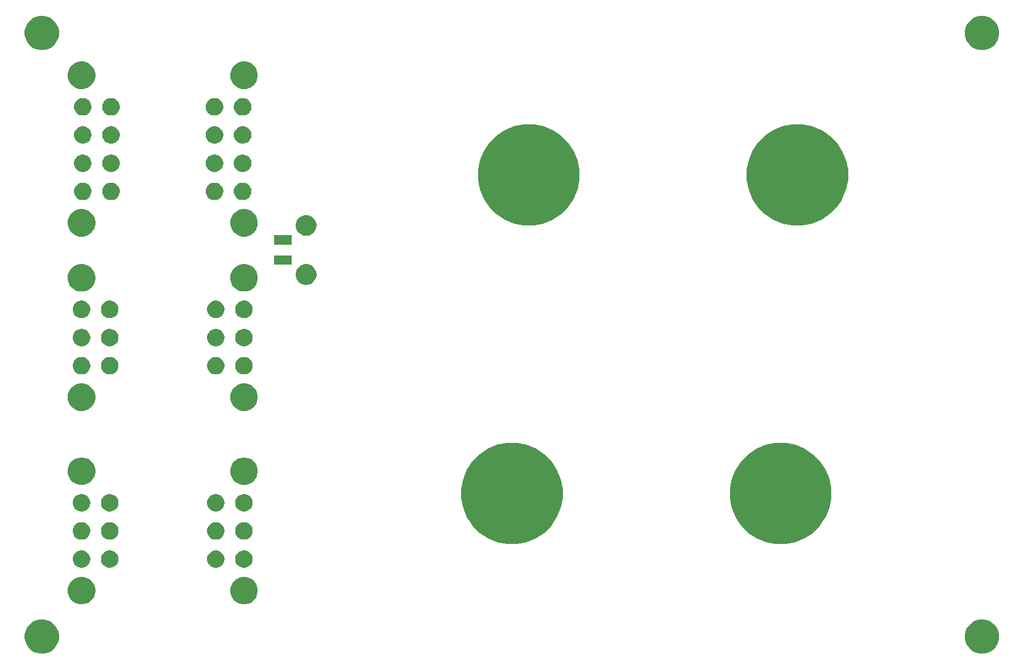
<source format=gbr>
G04 #@! TF.GenerationSoftware,KiCad,Pcbnew,(5.0.1)-3*
G04 #@! TF.CreationDate,2019-09-13T18:10:52+02:00*
G04 #@! TF.ProjectId,discovery,646973636F766572792E6B696361645F,rev?*
G04 #@! TF.SameCoordinates,PX4c4b360PY85843d4*
G04 #@! TF.FileFunction,Soldermask,Top*
G04 #@! TF.FilePolarity,Negative*
%FSLAX46Y46*%
G04 Gerber Fmt 4.6, Leading zero omitted, Abs format (unit mm)*
G04 Created by KiCad (PCBNEW (5.0.1)-3) date 13/09/2019 18:10:52*
%MOMM*%
%LPD*%
G01*
G04 APERTURE LIST*
%ADD10C,0.100000*%
G04 APERTURE END LIST*
D10*
G36*
X140744256Y2455227D02*
X140744258Y2455226D01*
X140744259Y2455226D01*
X141208512Y2262927D01*
X141624444Y1985010D01*
X141626331Y1983749D01*
X141981649Y1628431D01*
X141981651Y1628428D01*
X142260827Y1210612D01*
X142453126Y746359D01*
X142551160Y253512D01*
X142551160Y-248992D01*
X142453126Y-741839D01*
X142260827Y-1206092D01*
X141982910Y-1622024D01*
X141981649Y-1623911D01*
X141626331Y-1979229D01*
X141626328Y-1979231D01*
X141208512Y-2258407D01*
X140744259Y-2450706D01*
X140744258Y-2450706D01*
X140744256Y-2450707D01*
X140251413Y-2548740D01*
X139748907Y-2548740D01*
X139256064Y-2450707D01*
X139256062Y-2450706D01*
X139256061Y-2450706D01*
X138791808Y-2258407D01*
X138373992Y-1979231D01*
X138373989Y-1979229D01*
X138018671Y-1623911D01*
X138017410Y-1622024D01*
X137739493Y-1206092D01*
X137547194Y-741839D01*
X137449160Y-248992D01*
X137449160Y253512D01*
X137547194Y746359D01*
X137739493Y1210612D01*
X138018669Y1628428D01*
X138018671Y1628431D01*
X138373989Y1983749D01*
X138375876Y1985010D01*
X138791808Y2262927D01*
X139256061Y2455226D01*
X139256062Y2455226D01*
X139256064Y2455227D01*
X139748907Y2553260D01*
X140251413Y2553260D01*
X140744256Y2455227D01*
X140744256Y2455227D01*
G37*
G36*
X744256Y2455227D02*
X744258Y2455226D01*
X744259Y2455226D01*
X1208512Y2262927D01*
X1624444Y1985010D01*
X1626331Y1983749D01*
X1981649Y1628431D01*
X1981651Y1628428D01*
X2260827Y1210612D01*
X2453126Y746359D01*
X2551160Y253512D01*
X2551160Y-248992D01*
X2453126Y-741839D01*
X2260827Y-1206092D01*
X1982910Y-1622024D01*
X1981649Y-1623911D01*
X1626331Y-1979229D01*
X1626328Y-1979231D01*
X1208512Y-2258407D01*
X744259Y-2450706D01*
X744258Y-2450706D01*
X744256Y-2450707D01*
X251413Y-2548740D01*
X-251093Y-2548740D01*
X-743936Y-2450707D01*
X-743938Y-2450706D01*
X-743939Y-2450706D01*
X-1208192Y-2258407D01*
X-1626008Y-1979231D01*
X-1626011Y-1979229D01*
X-1981329Y-1623911D01*
X-1982590Y-1622024D01*
X-2260507Y-1206092D01*
X-2452806Y-741839D01*
X-2550840Y-248992D01*
X-2550840Y253512D01*
X-2452806Y746359D01*
X-2260507Y1210612D01*
X-1981331Y1628428D01*
X-1981329Y1628431D01*
X-1626011Y1983749D01*
X-1624124Y1985010D01*
X-1208192Y2262927D01*
X-743939Y2455226D01*
X-743938Y2455226D01*
X-743936Y2455227D01*
X-251093Y2553260D01*
X251413Y2553260D01*
X744256Y2455227D01*
X744256Y2455227D01*
G37*
G36*
X30698412Y8841842D02*
X30698414Y8841841D01*
X30698415Y8841841D01*
X31071673Y8687233D01*
X31071674Y8687232D01*
X31407599Y8462774D01*
X31693274Y8177099D01*
X31693276Y8177096D01*
X31917733Y7841173D01*
X32072341Y7467915D01*
X32151160Y7071666D01*
X32151160Y6667654D01*
X32072341Y6271405D01*
X31917733Y5898147D01*
X31917732Y5898146D01*
X31693274Y5562221D01*
X31407599Y5276546D01*
X31407596Y5276544D01*
X31071673Y5052087D01*
X30698415Y4897479D01*
X30698414Y4897479D01*
X30698412Y4897478D01*
X30302167Y4818660D01*
X29898153Y4818660D01*
X29501908Y4897478D01*
X29501906Y4897479D01*
X29501905Y4897479D01*
X29128647Y5052087D01*
X28792724Y5276544D01*
X28792721Y5276546D01*
X28507046Y5562221D01*
X28282588Y5898146D01*
X28282587Y5898147D01*
X28127979Y6271405D01*
X28049160Y6667654D01*
X28049160Y7071666D01*
X28127979Y7467915D01*
X28282587Y7841173D01*
X28507044Y8177096D01*
X28507046Y8177099D01*
X28792721Y8462774D01*
X29128646Y8687232D01*
X29128647Y8687233D01*
X29501905Y8841841D01*
X29501906Y8841841D01*
X29501908Y8841842D01*
X29898153Y8920660D01*
X30302167Y8920660D01*
X30698412Y8841842D01*
X30698412Y8841842D01*
G37*
G36*
X6498412Y8841842D02*
X6498414Y8841841D01*
X6498415Y8841841D01*
X6871673Y8687233D01*
X6871674Y8687232D01*
X7207599Y8462774D01*
X7493274Y8177099D01*
X7493276Y8177096D01*
X7717733Y7841173D01*
X7872341Y7467915D01*
X7951160Y7071666D01*
X7951160Y6667654D01*
X7872341Y6271405D01*
X7717733Y5898147D01*
X7717732Y5898146D01*
X7493274Y5562221D01*
X7207599Y5276546D01*
X7207596Y5276544D01*
X6871673Y5052087D01*
X6498415Y4897479D01*
X6498414Y4897479D01*
X6498412Y4897478D01*
X6102167Y4818660D01*
X5698153Y4818660D01*
X5301908Y4897478D01*
X5301906Y4897479D01*
X5301905Y4897479D01*
X4928647Y5052087D01*
X4592724Y5276544D01*
X4592721Y5276546D01*
X4307046Y5562221D01*
X4082588Y5898146D01*
X4082587Y5898147D01*
X3927979Y6271405D01*
X3849160Y6667654D01*
X3849160Y7071666D01*
X3927979Y7467915D01*
X4082587Y7841173D01*
X4307044Y8177096D01*
X4307046Y8177099D01*
X4592721Y8462774D01*
X4928646Y8687232D01*
X4928647Y8687233D01*
X5301905Y8841841D01*
X5301906Y8841841D01*
X5301908Y8841842D01*
X5698153Y8920660D01*
X6102167Y8920660D01*
X6498412Y8841842D01*
X6498412Y8841842D01*
G37*
G36*
X26279645Y12820664D02*
X26279647Y12820663D01*
X26279648Y12820663D01*
X26516415Y12722591D01*
X26729502Y12580211D01*
X26910711Y12399002D01*
X27053091Y12185915D01*
X27151164Y11949145D01*
X27201160Y11697799D01*
X27201160Y11441521D01*
X27151164Y11190175D01*
X27053091Y10953405D01*
X26910711Y10740318D01*
X26729502Y10559109D01*
X26729499Y10559107D01*
X26516415Y10416729D01*
X26279648Y10318657D01*
X26279647Y10318657D01*
X26279645Y10318656D01*
X26028299Y10268660D01*
X25772021Y10268660D01*
X25520675Y10318656D01*
X25520673Y10318657D01*
X25520672Y10318657D01*
X25283905Y10416729D01*
X25070821Y10559107D01*
X25070818Y10559109D01*
X24889609Y10740318D01*
X24747229Y10953405D01*
X24649156Y11190175D01*
X24599160Y11441521D01*
X24599160Y11697799D01*
X24649156Y11949145D01*
X24747229Y12185915D01*
X24889609Y12399002D01*
X25070818Y12580211D01*
X25283905Y12722591D01*
X25520672Y12820663D01*
X25520673Y12820663D01*
X25520675Y12820664D01*
X25772021Y12870660D01*
X26028299Y12870660D01*
X26279645Y12820664D01*
X26279645Y12820664D01*
G37*
G36*
X10479645Y12820664D02*
X10479647Y12820663D01*
X10479648Y12820663D01*
X10716415Y12722591D01*
X10929502Y12580211D01*
X11110711Y12399002D01*
X11253091Y12185915D01*
X11351164Y11949145D01*
X11401160Y11697799D01*
X11401160Y11441521D01*
X11351164Y11190175D01*
X11253091Y10953405D01*
X11110711Y10740318D01*
X10929502Y10559109D01*
X10929499Y10559107D01*
X10716415Y10416729D01*
X10479648Y10318657D01*
X10479647Y10318657D01*
X10479645Y10318656D01*
X10228299Y10268660D01*
X9972021Y10268660D01*
X9720675Y10318656D01*
X9720673Y10318657D01*
X9720672Y10318657D01*
X9483905Y10416729D01*
X9270821Y10559107D01*
X9270818Y10559109D01*
X9089609Y10740318D01*
X8947229Y10953405D01*
X8849156Y11190175D01*
X8799160Y11441521D01*
X8799160Y11697799D01*
X8849156Y11949145D01*
X8947229Y12185915D01*
X9089609Y12399002D01*
X9270818Y12580211D01*
X9483905Y12722591D01*
X9720672Y12820663D01*
X9720673Y12820663D01*
X9720675Y12820664D01*
X9972021Y12870660D01*
X10228299Y12870660D01*
X10479645Y12820664D01*
X10479645Y12820664D01*
G37*
G36*
X6279645Y12820664D02*
X6279647Y12820663D01*
X6279648Y12820663D01*
X6516415Y12722591D01*
X6729502Y12580211D01*
X6910711Y12399002D01*
X7053091Y12185915D01*
X7151164Y11949145D01*
X7201160Y11697799D01*
X7201160Y11441521D01*
X7151164Y11190175D01*
X7053091Y10953405D01*
X6910711Y10740318D01*
X6729502Y10559109D01*
X6729499Y10559107D01*
X6516415Y10416729D01*
X6279648Y10318657D01*
X6279647Y10318657D01*
X6279645Y10318656D01*
X6028299Y10268660D01*
X5772021Y10268660D01*
X5520675Y10318656D01*
X5520673Y10318657D01*
X5520672Y10318657D01*
X5283905Y10416729D01*
X5070821Y10559107D01*
X5070818Y10559109D01*
X4889609Y10740318D01*
X4747229Y10953405D01*
X4649156Y11190175D01*
X4599160Y11441521D01*
X4599160Y11697799D01*
X4649156Y11949145D01*
X4747229Y12185915D01*
X4889609Y12399002D01*
X5070818Y12580211D01*
X5283905Y12722591D01*
X5520672Y12820663D01*
X5520673Y12820663D01*
X5520675Y12820664D01*
X5772021Y12870660D01*
X6028299Y12870660D01*
X6279645Y12820664D01*
X6279645Y12820664D01*
G37*
G36*
X30479645Y12820664D02*
X30479647Y12820663D01*
X30479648Y12820663D01*
X30716415Y12722591D01*
X30929502Y12580211D01*
X31110711Y12399002D01*
X31253091Y12185915D01*
X31351164Y11949145D01*
X31401160Y11697799D01*
X31401160Y11441521D01*
X31351164Y11190175D01*
X31253091Y10953405D01*
X31110711Y10740318D01*
X30929502Y10559109D01*
X30929499Y10559107D01*
X30716415Y10416729D01*
X30479648Y10318657D01*
X30479647Y10318657D01*
X30479645Y10318656D01*
X30228299Y10268660D01*
X29972021Y10268660D01*
X29720675Y10318656D01*
X29720673Y10318657D01*
X29720672Y10318657D01*
X29483905Y10416729D01*
X29270821Y10559107D01*
X29270818Y10559109D01*
X29089609Y10740318D01*
X28947229Y10953405D01*
X28849156Y11190175D01*
X28799160Y11441521D01*
X28799160Y11697799D01*
X28849156Y11949145D01*
X28947229Y12185915D01*
X29089609Y12399002D01*
X29270818Y12580211D01*
X29483905Y12722591D01*
X29720672Y12820663D01*
X29720673Y12820663D01*
X29720675Y12820664D01*
X29972021Y12870660D01*
X30228299Y12870660D01*
X30479645Y12820664D01*
X30479645Y12820664D01*
G37*
G36*
X112202705Y28593080D02*
X113576898Y28023870D01*
X113576900Y28023869D01*
X114797194Y27208495D01*
X114813645Y27197503D01*
X115865403Y26145745D01*
X116691770Y24908998D01*
X117260980Y23534805D01*
X117551160Y22075970D01*
X117551160Y20588550D01*
X117260980Y19129715D01*
X116691770Y17755522D01*
X116691769Y17755520D01*
X116135224Y16922591D01*
X115865403Y16518775D01*
X114813645Y15467017D01*
X114813642Y15467015D01*
X113576900Y14640651D01*
X113576899Y14640650D01*
X113576898Y14640650D01*
X112202705Y14071440D01*
X110743870Y13781260D01*
X109256450Y13781260D01*
X107797615Y14071440D01*
X106423422Y14640650D01*
X106423421Y14640650D01*
X106423420Y14640651D01*
X105186678Y15467015D01*
X105186675Y15467017D01*
X104134917Y16518775D01*
X103865096Y16922591D01*
X103308551Y17755520D01*
X103308550Y17755522D01*
X102739340Y19129715D01*
X102449160Y20588550D01*
X102449160Y22075970D01*
X102739340Y23534805D01*
X103308550Y24908998D01*
X104134917Y26145745D01*
X105186675Y27197503D01*
X105203126Y27208495D01*
X106423420Y28023869D01*
X106423422Y28023870D01*
X107797615Y28593080D01*
X109256450Y28883260D01*
X110743870Y28883260D01*
X112202705Y28593080D01*
X112202705Y28593080D01*
G37*
G36*
X72202705Y28593080D02*
X73576898Y28023870D01*
X73576900Y28023869D01*
X74797194Y27208495D01*
X74813645Y27197503D01*
X75865403Y26145745D01*
X76691770Y24908998D01*
X77260980Y23534805D01*
X77551160Y22075970D01*
X77551160Y20588550D01*
X77260980Y19129715D01*
X76691770Y17755522D01*
X76691769Y17755520D01*
X76135224Y16922591D01*
X75865403Y16518775D01*
X74813645Y15467017D01*
X74813642Y15467015D01*
X73576900Y14640651D01*
X73576899Y14640650D01*
X73576898Y14640650D01*
X72202705Y14071440D01*
X70743870Y13781260D01*
X69256450Y13781260D01*
X67797615Y14071440D01*
X66423422Y14640650D01*
X66423421Y14640650D01*
X66423420Y14640651D01*
X65186678Y15467015D01*
X65186675Y15467017D01*
X64134917Y16518775D01*
X63865096Y16922591D01*
X63308551Y17755520D01*
X63308550Y17755522D01*
X62739340Y19129715D01*
X62449160Y20588550D01*
X62449160Y22075970D01*
X62739340Y23534805D01*
X63308550Y24908998D01*
X64134917Y26145745D01*
X65186675Y27197503D01*
X65203126Y27208495D01*
X66423420Y28023869D01*
X66423422Y28023870D01*
X67797615Y28593080D01*
X69256450Y28883260D01*
X70743870Y28883260D01*
X72202705Y28593080D01*
X72202705Y28593080D01*
G37*
G36*
X30479645Y17020664D02*
X30479647Y17020663D01*
X30479648Y17020663D01*
X30716415Y16922591D01*
X30929502Y16780211D01*
X31110711Y16599002D01*
X31253091Y16385915D01*
X31351164Y16149145D01*
X31401160Y15897799D01*
X31401160Y15641521D01*
X31351164Y15390175D01*
X31253091Y15153405D01*
X31110711Y14940318D01*
X30929502Y14759109D01*
X30929499Y14759107D01*
X30716415Y14616729D01*
X30479648Y14518657D01*
X30479647Y14518657D01*
X30479645Y14518656D01*
X30228299Y14468660D01*
X29972021Y14468660D01*
X29720675Y14518656D01*
X29720673Y14518657D01*
X29720672Y14518657D01*
X29483905Y14616729D01*
X29270821Y14759107D01*
X29270818Y14759109D01*
X29089609Y14940318D01*
X28947229Y15153405D01*
X28849156Y15390175D01*
X28799160Y15641521D01*
X28799160Y15897799D01*
X28849156Y16149145D01*
X28947229Y16385915D01*
X29089609Y16599002D01*
X29270818Y16780211D01*
X29483905Y16922591D01*
X29720672Y17020663D01*
X29720673Y17020663D01*
X29720675Y17020664D01*
X29972021Y17070660D01*
X30228299Y17070660D01*
X30479645Y17020664D01*
X30479645Y17020664D01*
G37*
G36*
X10479645Y17020664D02*
X10479647Y17020663D01*
X10479648Y17020663D01*
X10716415Y16922591D01*
X10929502Y16780211D01*
X11110711Y16599002D01*
X11253091Y16385915D01*
X11351164Y16149145D01*
X11401160Y15897799D01*
X11401160Y15641521D01*
X11351164Y15390175D01*
X11253091Y15153405D01*
X11110711Y14940318D01*
X10929502Y14759109D01*
X10929499Y14759107D01*
X10716415Y14616729D01*
X10479648Y14518657D01*
X10479647Y14518657D01*
X10479645Y14518656D01*
X10228299Y14468660D01*
X9972021Y14468660D01*
X9720675Y14518656D01*
X9720673Y14518657D01*
X9720672Y14518657D01*
X9483905Y14616729D01*
X9270821Y14759107D01*
X9270818Y14759109D01*
X9089609Y14940318D01*
X8947229Y15153405D01*
X8849156Y15390175D01*
X8799160Y15641521D01*
X8799160Y15897799D01*
X8849156Y16149145D01*
X8947229Y16385915D01*
X9089609Y16599002D01*
X9270818Y16780211D01*
X9483905Y16922591D01*
X9720672Y17020663D01*
X9720673Y17020663D01*
X9720675Y17020664D01*
X9972021Y17070660D01*
X10228299Y17070660D01*
X10479645Y17020664D01*
X10479645Y17020664D01*
G37*
G36*
X6279645Y17020664D02*
X6279647Y17020663D01*
X6279648Y17020663D01*
X6516415Y16922591D01*
X6729502Y16780211D01*
X6910711Y16599002D01*
X7053091Y16385915D01*
X7151164Y16149145D01*
X7201160Y15897799D01*
X7201160Y15641521D01*
X7151164Y15390175D01*
X7053091Y15153405D01*
X6910711Y14940318D01*
X6729502Y14759109D01*
X6729499Y14759107D01*
X6516415Y14616729D01*
X6279648Y14518657D01*
X6279647Y14518657D01*
X6279645Y14518656D01*
X6028299Y14468660D01*
X5772021Y14468660D01*
X5520675Y14518656D01*
X5520673Y14518657D01*
X5520672Y14518657D01*
X5283905Y14616729D01*
X5070821Y14759107D01*
X5070818Y14759109D01*
X4889609Y14940318D01*
X4747229Y15153405D01*
X4649156Y15390175D01*
X4599160Y15641521D01*
X4599160Y15897799D01*
X4649156Y16149145D01*
X4747229Y16385915D01*
X4889609Y16599002D01*
X5070818Y16780211D01*
X5283905Y16922591D01*
X5520672Y17020663D01*
X5520673Y17020663D01*
X5520675Y17020664D01*
X5772021Y17070660D01*
X6028299Y17070660D01*
X6279645Y17020664D01*
X6279645Y17020664D01*
G37*
G36*
X26279645Y17020664D02*
X26279647Y17020663D01*
X26279648Y17020663D01*
X26516415Y16922591D01*
X26729502Y16780211D01*
X26910711Y16599002D01*
X27053091Y16385915D01*
X27151164Y16149145D01*
X27201160Y15897799D01*
X27201160Y15641521D01*
X27151164Y15390175D01*
X27053091Y15153405D01*
X26910711Y14940318D01*
X26729502Y14759109D01*
X26729499Y14759107D01*
X26516415Y14616729D01*
X26279648Y14518657D01*
X26279647Y14518657D01*
X26279645Y14518656D01*
X26028299Y14468660D01*
X25772021Y14468660D01*
X25520675Y14518656D01*
X25520673Y14518657D01*
X25520672Y14518657D01*
X25283905Y14616729D01*
X25070821Y14759107D01*
X25070818Y14759109D01*
X24889609Y14940318D01*
X24747229Y15153405D01*
X24649156Y15390175D01*
X24599160Y15641521D01*
X24599160Y15897799D01*
X24649156Y16149145D01*
X24747229Y16385915D01*
X24889609Y16599002D01*
X25070818Y16780211D01*
X25283905Y16922591D01*
X25520672Y17020663D01*
X25520673Y17020663D01*
X25520675Y17020664D01*
X25772021Y17070660D01*
X26028299Y17070660D01*
X26279645Y17020664D01*
X26279645Y17020664D01*
G37*
G36*
X6279645Y21220664D02*
X6279647Y21220663D01*
X6279648Y21220663D01*
X6516415Y21122591D01*
X6729502Y20980211D01*
X6910711Y20799002D01*
X7053091Y20585915D01*
X7151164Y20349145D01*
X7201160Y20097799D01*
X7201160Y19841521D01*
X7151164Y19590175D01*
X7053091Y19353405D01*
X6910711Y19140318D01*
X6729502Y18959109D01*
X6729499Y18959107D01*
X6516415Y18816729D01*
X6279648Y18718657D01*
X6279647Y18718657D01*
X6279645Y18718656D01*
X6028299Y18668660D01*
X5772021Y18668660D01*
X5520675Y18718656D01*
X5520673Y18718657D01*
X5520672Y18718657D01*
X5283905Y18816729D01*
X5070821Y18959107D01*
X5070818Y18959109D01*
X4889609Y19140318D01*
X4747229Y19353405D01*
X4649156Y19590175D01*
X4599160Y19841521D01*
X4599160Y20097799D01*
X4649156Y20349145D01*
X4747229Y20585915D01*
X4889609Y20799002D01*
X5070818Y20980211D01*
X5283905Y21122591D01*
X5520672Y21220663D01*
X5520673Y21220663D01*
X5520675Y21220664D01*
X5772021Y21270660D01*
X6028299Y21270660D01*
X6279645Y21220664D01*
X6279645Y21220664D01*
G37*
G36*
X26279645Y21220664D02*
X26279647Y21220663D01*
X26279648Y21220663D01*
X26516415Y21122591D01*
X26729502Y20980211D01*
X26910711Y20799002D01*
X27053091Y20585915D01*
X27151164Y20349145D01*
X27201160Y20097799D01*
X27201160Y19841521D01*
X27151164Y19590175D01*
X27053091Y19353405D01*
X26910711Y19140318D01*
X26729502Y18959109D01*
X26729499Y18959107D01*
X26516415Y18816729D01*
X26279648Y18718657D01*
X26279647Y18718657D01*
X26279645Y18718656D01*
X26028299Y18668660D01*
X25772021Y18668660D01*
X25520675Y18718656D01*
X25520673Y18718657D01*
X25520672Y18718657D01*
X25283905Y18816729D01*
X25070821Y18959107D01*
X25070818Y18959109D01*
X24889609Y19140318D01*
X24747229Y19353405D01*
X24649156Y19590175D01*
X24599160Y19841521D01*
X24599160Y20097799D01*
X24649156Y20349145D01*
X24747229Y20585915D01*
X24889609Y20799002D01*
X25070818Y20980211D01*
X25283905Y21122591D01*
X25520672Y21220663D01*
X25520673Y21220663D01*
X25520675Y21220664D01*
X25772021Y21270660D01*
X26028299Y21270660D01*
X26279645Y21220664D01*
X26279645Y21220664D01*
G37*
G36*
X10479645Y21220664D02*
X10479647Y21220663D01*
X10479648Y21220663D01*
X10716415Y21122591D01*
X10929502Y20980211D01*
X11110711Y20799002D01*
X11253091Y20585915D01*
X11351164Y20349145D01*
X11401160Y20097799D01*
X11401160Y19841521D01*
X11351164Y19590175D01*
X11253091Y19353405D01*
X11110711Y19140318D01*
X10929502Y18959109D01*
X10929499Y18959107D01*
X10716415Y18816729D01*
X10479648Y18718657D01*
X10479647Y18718657D01*
X10479645Y18718656D01*
X10228299Y18668660D01*
X9972021Y18668660D01*
X9720675Y18718656D01*
X9720673Y18718657D01*
X9720672Y18718657D01*
X9483905Y18816729D01*
X9270821Y18959107D01*
X9270818Y18959109D01*
X9089609Y19140318D01*
X8947229Y19353405D01*
X8849156Y19590175D01*
X8799160Y19841521D01*
X8799160Y20097799D01*
X8849156Y20349145D01*
X8947229Y20585915D01*
X9089609Y20799002D01*
X9270818Y20980211D01*
X9483905Y21122591D01*
X9720672Y21220663D01*
X9720673Y21220663D01*
X9720675Y21220664D01*
X9972021Y21270660D01*
X10228299Y21270660D01*
X10479645Y21220664D01*
X10479645Y21220664D01*
G37*
G36*
X30479645Y21220664D02*
X30479647Y21220663D01*
X30479648Y21220663D01*
X30716415Y21122591D01*
X30929502Y20980211D01*
X31110711Y20799002D01*
X31253091Y20585915D01*
X31351164Y20349145D01*
X31401160Y20097799D01*
X31401160Y19841521D01*
X31351164Y19590175D01*
X31253091Y19353405D01*
X31110711Y19140318D01*
X30929502Y18959109D01*
X30929499Y18959107D01*
X30716415Y18816729D01*
X30479648Y18718657D01*
X30479647Y18718657D01*
X30479645Y18718656D01*
X30228299Y18668660D01*
X29972021Y18668660D01*
X29720675Y18718656D01*
X29720673Y18718657D01*
X29720672Y18718657D01*
X29483905Y18816729D01*
X29270821Y18959107D01*
X29270818Y18959109D01*
X29089609Y19140318D01*
X28947229Y19353405D01*
X28849156Y19590175D01*
X28799160Y19841521D01*
X28799160Y20097799D01*
X28849156Y20349145D01*
X28947229Y20585915D01*
X29089609Y20799002D01*
X29270818Y20980211D01*
X29483905Y21122591D01*
X29720672Y21220663D01*
X29720673Y21220663D01*
X29720675Y21220664D01*
X29972021Y21270660D01*
X30228299Y21270660D01*
X30479645Y21220664D01*
X30479645Y21220664D01*
G37*
G36*
X6498412Y26641842D02*
X6498414Y26641841D01*
X6498415Y26641841D01*
X6871673Y26487233D01*
X6871674Y26487232D01*
X7207599Y26262774D01*
X7493274Y25977099D01*
X7493276Y25977096D01*
X7717733Y25641173D01*
X7872341Y25267915D01*
X7951160Y24871666D01*
X7951160Y24467654D01*
X7872341Y24071405D01*
X7717733Y23698147D01*
X7717732Y23698146D01*
X7493274Y23362221D01*
X7207599Y23076546D01*
X7207596Y23076544D01*
X6871673Y22852087D01*
X6498415Y22697479D01*
X6498414Y22697479D01*
X6498412Y22697478D01*
X6102167Y22618660D01*
X5698153Y22618660D01*
X5301908Y22697478D01*
X5301906Y22697479D01*
X5301905Y22697479D01*
X4928647Y22852087D01*
X4592724Y23076544D01*
X4592721Y23076546D01*
X4307046Y23362221D01*
X4082588Y23698146D01*
X4082587Y23698147D01*
X3927979Y24071405D01*
X3849160Y24467654D01*
X3849160Y24871666D01*
X3927979Y25267915D01*
X4082587Y25641173D01*
X4307044Y25977096D01*
X4307046Y25977099D01*
X4592721Y26262774D01*
X4928646Y26487232D01*
X4928647Y26487233D01*
X5301905Y26641841D01*
X5301906Y26641841D01*
X5301908Y26641842D01*
X5698153Y26720660D01*
X6102167Y26720660D01*
X6498412Y26641842D01*
X6498412Y26641842D01*
G37*
G36*
X30698412Y26641842D02*
X30698414Y26641841D01*
X30698415Y26641841D01*
X31071673Y26487233D01*
X31071674Y26487232D01*
X31407599Y26262774D01*
X31693274Y25977099D01*
X31693276Y25977096D01*
X31917733Y25641173D01*
X32072341Y25267915D01*
X32151160Y24871666D01*
X32151160Y24467654D01*
X32072341Y24071405D01*
X31917733Y23698147D01*
X31917732Y23698146D01*
X31693274Y23362221D01*
X31407599Y23076546D01*
X31407596Y23076544D01*
X31071673Y22852087D01*
X30698415Y22697479D01*
X30698414Y22697479D01*
X30698412Y22697478D01*
X30302167Y22618660D01*
X29898153Y22618660D01*
X29501908Y22697478D01*
X29501906Y22697479D01*
X29501905Y22697479D01*
X29128647Y22852087D01*
X28792724Y23076544D01*
X28792721Y23076546D01*
X28507046Y23362221D01*
X28282588Y23698146D01*
X28282587Y23698147D01*
X28127979Y24071405D01*
X28049160Y24467654D01*
X28049160Y24871666D01*
X28127979Y25267915D01*
X28282587Y25641173D01*
X28507044Y25977096D01*
X28507046Y25977099D01*
X28792721Y26262774D01*
X29128646Y26487232D01*
X29128647Y26487233D01*
X29501905Y26641841D01*
X29501906Y26641841D01*
X29501908Y26641842D01*
X29898153Y26720660D01*
X30302167Y26720660D01*
X30698412Y26641842D01*
X30698412Y26641842D01*
G37*
G36*
X6498412Y37674442D02*
X6498414Y37674441D01*
X6498415Y37674441D01*
X6871673Y37519833D01*
X6871674Y37519832D01*
X7207599Y37295374D01*
X7493274Y37009699D01*
X7493276Y37009696D01*
X7717733Y36673773D01*
X7872341Y36300515D01*
X7951160Y35904266D01*
X7951160Y35500254D01*
X7872341Y35104005D01*
X7717733Y34730747D01*
X7717732Y34730746D01*
X7493274Y34394821D01*
X7207599Y34109146D01*
X7207596Y34109144D01*
X6871673Y33884687D01*
X6498415Y33730079D01*
X6498414Y33730079D01*
X6498412Y33730078D01*
X6102167Y33651260D01*
X5698153Y33651260D01*
X5301908Y33730078D01*
X5301906Y33730079D01*
X5301905Y33730079D01*
X4928647Y33884687D01*
X4592724Y34109144D01*
X4592721Y34109146D01*
X4307046Y34394821D01*
X4082588Y34730746D01*
X4082587Y34730747D01*
X3927979Y35104005D01*
X3849160Y35500254D01*
X3849160Y35904266D01*
X3927979Y36300515D01*
X4082587Y36673773D01*
X4307044Y37009696D01*
X4307046Y37009699D01*
X4592721Y37295374D01*
X4928646Y37519832D01*
X4928647Y37519833D01*
X5301905Y37674441D01*
X5301906Y37674441D01*
X5301908Y37674442D01*
X5698153Y37753260D01*
X6102167Y37753260D01*
X6498412Y37674442D01*
X6498412Y37674442D01*
G37*
G36*
X30698412Y37674442D02*
X30698414Y37674441D01*
X30698415Y37674441D01*
X31071673Y37519833D01*
X31071674Y37519832D01*
X31407599Y37295374D01*
X31693274Y37009699D01*
X31693276Y37009696D01*
X31917733Y36673773D01*
X32072341Y36300515D01*
X32151160Y35904266D01*
X32151160Y35500254D01*
X32072341Y35104005D01*
X31917733Y34730747D01*
X31917732Y34730746D01*
X31693274Y34394821D01*
X31407599Y34109146D01*
X31407596Y34109144D01*
X31071673Y33884687D01*
X30698415Y33730079D01*
X30698414Y33730079D01*
X30698412Y33730078D01*
X30302167Y33651260D01*
X29898153Y33651260D01*
X29501908Y33730078D01*
X29501906Y33730079D01*
X29501905Y33730079D01*
X29128647Y33884687D01*
X28792724Y34109144D01*
X28792721Y34109146D01*
X28507046Y34394821D01*
X28282588Y34730746D01*
X28282587Y34730747D01*
X28127979Y35104005D01*
X28049160Y35500254D01*
X28049160Y35904266D01*
X28127979Y36300515D01*
X28282587Y36673773D01*
X28507044Y37009696D01*
X28507046Y37009699D01*
X28792721Y37295374D01*
X29128646Y37519832D01*
X29128647Y37519833D01*
X29501905Y37674441D01*
X29501906Y37674441D01*
X29501908Y37674442D01*
X29898153Y37753260D01*
X30302167Y37753260D01*
X30698412Y37674442D01*
X30698412Y37674442D01*
G37*
G36*
X30479645Y41653264D02*
X30479647Y41653263D01*
X30479648Y41653263D01*
X30716415Y41555191D01*
X30929502Y41412811D01*
X31110711Y41231602D01*
X31253091Y41018515D01*
X31351164Y40781745D01*
X31401160Y40530399D01*
X31401160Y40274121D01*
X31351164Y40022775D01*
X31253091Y39786005D01*
X31110711Y39572918D01*
X30929502Y39391709D01*
X30929499Y39391707D01*
X30716415Y39249329D01*
X30479648Y39151257D01*
X30479647Y39151257D01*
X30479645Y39151256D01*
X30228299Y39101260D01*
X29972021Y39101260D01*
X29720675Y39151256D01*
X29720673Y39151257D01*
X29720672Y39151257D01*
X29483905Y39249329D01*
X29270821Y39391707D01*
X29270818Y39391709D01*
X29089609Y39572918D01*
X28947229Y39786005D01*
X28849156Y40022775D01*
X28799160Y40274121D01*
X28799160Y40530399D01*
X28849156Y40781745D01*
X28947229Y41018515D01*
X29089609Y41231602D01*
X29270818Y41412811D01*
X29483905Y41555191D01*
X29720672Y41653263D01*
X29720673Y41653263D01*
X29720675Y41653264D01*
X29972021Y41703260D01*
X30228299Y41703260D01*
X30479645Y41653264D01*
X30479645Y41653264D01*
G37*
G36*
X26279645Y41653264D02*
X26279647Y41653263D01*
X26279648Y41653263D01*
X26516415Y41555191D01*
X26729502Y41412811D01*
X26910711Y41231602D01*
X27053091Y41018515D01*
X27151164Y40781745D01*
X27201160Y40530399D01*
X27201160Y40274121D01*
X27151164Y40022775D01*
X27053091Y39786005D01*
X26910711Y39572918D01*
X26729502Y39391709D01*
X26729499Y39391707D01*
X26516415Y39249329D01*
X26279648Y39151257D01*
X26279647Y39151257D01*
X26279645Y39151256D01*
X26028299Y39101260D01*
X25772021Y39101260D01*
X25520675Y39151256D01*
X25520673Y39151257D01*
X25520672Y39151257D01*
X25283905Y39249329D01*
X25070821Y39391707D01*
X25070818Y39391709D01*
X24889609Y39572918D01*
X24747229Y39786005D01*
X24649156Y40022775D01*
X24599160Y40274121D01*
X24599160Y40530399D01*
X24649156Y40781745D01*
X24747229Y41018515D01*
X24889609Y41231602D01*
X25070818Y41412811D01*
X25283905Y41555191D01*
X25520672Y41653263D01*
X25520673Y41653263D01*
X25520675Y41653264D01*
X25772021Y41703260D01*
X26028299Y41703260D01*
X26279645Y41653264D01*
X26279645Y41653264D01*
G37*
G36*
X10479645Y41653264D02*
X10479647Y41653263D01*
X10479648Y41653263D01*
X10716415Y41555191D01*
X10929502Y41412811D01*
X11110711Y41231602D01*
X11253091Y41018515D01*
X11351164Y40781745D01*
X11401160Y40530399D01*
X11401160Y40274121D01*
X11351164Y40022775D01*
X11253091Y39786005D01*
X11110711Y39572918D01*
X10929502Y39391709D01*
X10929499Y39391707D01*
X10716415Y39249329D01*
X10479648Y39151257D01*
X10479647Y39151257D01*
X10479645Y39151256D01*
X10228299Y39101260D01*
X9972021Y39101260D01*
X9720675Y39151256D01*
X9720673Y39151257D01*
X9720672Y39151257D01*
X9483905Y39249329D01*
X9270821Y39391707D01*
X9270818Y39391709D01*
X9089609Y39572918D01*
X8947229Y39786005D01*
X8849156Y40022775D01*
X8799160Y40274121D01*
X8799160Y40530399D01*
X8849156Y40781745D01*
X8947229Y41018515D01*
X9089609Y41231602D01*
X9270818Y41412811D01*
X9483905Y41555191D01*
X9720672Y41653263D01*
X9720673Y41653263D01*
X9720675Y41653264D01*
X9972021Y41703260D01*
X10228299Y41703260D01*
X10479645Y41653264D01*
X10479645Y41653264D01*
G37*
G36*
X6279645Y41653264D02*
X6279647Y41653263D01*
X6279648Y41653263D01*
X6516415Y41555191D01*
X6729502Y41412811D01*
X6910711Y41231602D01*
X7053091Y41018515D01*
X7151164Y40781745D01*
X7201160Y40530399D01*
X7201160Y40274121D01*
X7151164Y40022775D01*
X7053091Y39786005D01*
X6910711Y39572918D01*
X6729502Y39391709D01*
X6729499Y39391707D01*
X6516415Y39249329D01*
X6279648Y39151257D01*
X6279647Y39151257D01*
X6279645Y39151256D01*
X6028299Y39101260D01*
X5772021Y39101260D01*
X5520675Y39151256D01*
X5520673Y39151257D01*
X5520672Y39151257D01*
X5283905Y39249329D01*
X5070821Y39391707D01*
X5070818Y39391709D01*
X4889609Y39572918D01*
X4747229Y39786005D01*
X4649156Y40022775D01*
X4599160Y40274121D01*
X4599160Y40530399D01*
X4649156Y40781745D01*
X4747229Y41018515D01*
X4889609Y41231602D01*
X5070818Y41412811D01*
X5283905Y41555191D01*
X5520672Y41653263D01*
X5520673Y41653263D01*
X5520675Y41653264D01*
X5772021Y41703260D01*
X6028299Y41703260D01*
X6279645Y41653264D01*
X6279645Y41653264D01*
G37*
G36*
X10479645Y45853264D02*
X10479647Y45853263D01*
X10479648Y45853263D01*
X10716415Y45755191D01*
X10929502Y45612811D01*
X11110711Y45431602D01*
X11253091Y45218515D01*
X11351164Y44981745D01*
X11401160Y44730399D01*
X11401160Y44474121D01*
X11351164Y44222775D01*
X11253091Y43986005D01*
X11110711Y43772918D01*
X10929502Y43591709D01*
X10929499Y43591707D01*
X10716415Y43449329D01*
X10479648Y43351257D01*
X10479647Y43351257D01*
X10479645Y43351256D01*
X10228299Y43301260D01*
X9972021Y43301260D01*
X9720675Y43351256D01*
X9720673Y43351257D01*
X9720672Y43351257D01*
X9483905Y43449329D01*
X9270821Y43591707D01*
X9270818Y43591709D01*
X9089609Y43772918D01*
X8947229Y43986005D01*
X8849156Y44222775D01*
X8799160Y44474121D01*
X8799160Y44730399D01*
X8849156Y44981745D01*
X8947229Y45218515D01*
X9089609Y45431602D01*
X9270818Y45612811D01*
X9483905Y45755191D01*
X9720672Y45853263D01*
X9720673Y45853263D01*
X9720675Y45853264D01*
X9972021Y45903260D01*
X10228299Y45903260D01*
X10479645Y45853264D01*
X10479645Y45853264D01*
G37*
G36*
X6279645Y45853264D02*
X6279647Y45853263D01*
X6279648Y45853263D01*
X6516415Y45755191D01*
X6729502Y45612811D01*
X6910711Y45431602D01*
X7053091Y45218515D01*
X7151164Y44981745D01*
X7201160Y44730399D01*
X7201160Y44474121D01*
X7151164Y44222775D01*
X7053091Y43986005D01*
X6910711Y43772918D01*
X6729502Y43591709D01*
X6729499Y43591707D01*
X6516415Y43449329D01*
X6279648Y43351257D01*
X6279647Y43351257D01*
X6279645Y43351256D01*
X6028299Y43301260D01*
X5772021Y43301260D01*
X5520675Y43351256D01*
X5520673Y43351257D01*
X5520672Y43351257D01*
X5283905Y43449329D01*
X5070821Y43591707D01*
X5070818Y43591709D01*
X4889609Y43772918D01*
X4747229Y43986005D01*
X4649156Y44222775D01*
X4599160Y44474121D01*
X4599160Y44730399D01*
X4649156Y44981745D01*
X4747229Y45218515D01*
X4889609Y45431602D01*
X5070818Y45612811D01*
X5283905Y45755191D01*
X5520672Y45853263D01*
X5520673Y45853263D01*
X5520675Y45853264D01*
X5772021Y45903260D01*
X6028299Y45903260D01*
X6279645Y45853264D01*
X6279645Y45853264D01*
G37*
G36*
X26279645Y45853264D02*
X26279647Y45853263D01*
X26279648Y45853263D01*
X26516415Y45755191D01*
X26729502Y45612811D01*
X26910711Y45431602D01*
X27053091Y45218515D01*
X27151164Y44981745D01*
X27201160Y44730399D01*
X27201160Y44474121D01*
X27151164Y44222775D01*
X27053091Y43986005D01*
X26910711Y43772918D01*
X26729502Y43591709D01*
X26729499Y43591707D01*
X26516415Y43449329D01*
X26279648Y43351257D01*
X26279647Y43351257D01*
X26279645Y43351256D01*
X26028299Y43301260D01*
X25772021Y43301260D01*
X25520675Y43351256D01*
X25520673Y43351257D01*
X25520672Y43351257D01*
X25283905Y43449329D01*
X25070821Y43591707D01*
X25070818Y43591709D01*
X24889609Y43772918D01*
X24747229Y43986005D01*
X24649156Y44222775D01*
X24599160Y44474121D01*
X24599160Y44730399D01*
X24649156Y44981745D01*
X24747229Y45218515D01*
X24889609Y45431602D01*
X25070818Y45612811D01*
X25283905Y45755191D01*
X25520672Y45853263D01*
X25520673Y45853263D01*
X25520675Y45853264D01*
X25772021Y45903260D01*
X26028299Y45903260D01*
X26279645Y45853264D01*
X26279645Y45853264D01*
G37*
G36*
X30479645Y45853264D02*
X30479647Y45853263D01*
X30479648Y45853263D01*
X30716415Y45755191D01*
X30929502Y45612811D01*
X31110711Y45431602D01*
X31253091Y45218515D01*
X31351164Y44981745D01*
X31401160Y44730399D01*
X31401160Y44474121D01*
X31351164Y44222775D01*
X31253091Y43986005D01*
X31110711Y43772918D01*
X30929502Y43591709D01*
X30929499Y43591707D01*
X30716415Y43449329D01*
X30479648Y43351257D01*
X30479647Y43351257D01*
X30479645Y43351256D01*
X30228299Y43301260D01*
X29972021Y43301260D01*
X29720675Y43351256D01*
X29720673Y43351257D01*
X29720672Y43351257D01*
X29483905Y43449329D01*
X29270821Y43591707D01*
X29270818Y43591709D01*
X29089609Y43772918D01*
X28947229Y43986005D01*
X28849156Y44222775D01*
X28799160Y44474121D01*
X28799160Y44730399D01*
X28849156Y44981745D01*
X28947229Y45218515D01*
X29089609Y45431602D01*
X29270818Y45612811D01*
X29483905Y45755191D01*
X29720672Y45853263D01*
X29720673Y45853263D01*
X29720675Y45853264D01*
X29972021Y45903260D01*
X30228299Y45903260D01*
X30479645Y45853264D01*
X30479645Y45853264D01*
G37*
G36*
X6279645Y50053264D02*
X6279647Y50053263D01*
X6279648Y50053263D01*
X6516415Y49955191D01*
X6729502Y49812811D01*
X6910711Y49631602D01*
X7053091Y49418515D01*
X7151164Y49181745D01*
X7201160Y48930399D01*
X7201160Y48674121D01*
X7151164Y48422775D01*
X7053091Y48186005D01*
X6910711Y47972918D01*
X6729502Y47791709D01*
X6729499Y47791707D01*
X6516415Y47649329D01*
X6279648Y47551257D01*
X6279647Y47551257D01*
X6279645Y47551256D01*
X6028299Y47501260D01*
X5772021Y47501260D01*
X5520675Y47551256D01*
X5520673Y47551257D01*
X5520672Y47551257D01*
X5283905Y47649329D01*
X5070821Y47791707D01*
X5070818Y47791709D01*
X4889609Y47972918D01*
X4747229Y48186005D01*
X4649156Y48422775D01*
X4599160Y48674121D01*
X4599160Y48930399D01*
X4649156Y49181745D01*
X4747229Y49418515D01*
X4889609Y49631602D01*
X5070818Y49812811D01*
X5283905Y49955191D01*
X5520672Y50053263D01*
X5520673Y50053263D01*
X5520675Y50053264D01*
X5772021Y50103260D01*
X6028299Y50103260D01*
X6279645Y50053264D01*
X6279645Y50053264D01*
G37*
G36*
X10479645Y50053264D02*
X10479647Y50053263D01*
X10479648Y50053263D01*
X10716415Y49955191D01*
X10929502Y49812811D01*
X11110711Y49631602D01*
X11253091Y49418515D01*
X11351164Y49181745D01*
X11401160Y48930399D01*
X11401160Y48674121D01*
X11351164Y48422775D01*
X11253091Y48186005D01*
X11110711Y47972918D01*
X10929502Y47791709D01*
X10929499Y47791707D01*
X10716415Y47649329D01*
X10479648Y47551257D01*
X10479647Y47551257D01*
X10479645Y47551256D01*
X10228299Y47501260D01*
X9972021Y47501260D01*
X9720675Y47551256D01*
X9720673Y47551257D01*
X9720672Y47551257D01*
X9483905Y47649329D01*
X9270821Y47791707D01*
X9270818Y47791709D01*
X9089609Y47972918D01*
X8947229Y48186005D01*
X8849156Y48422775D01*
X8799160Y48674121D01*
X8799160Y48930399D01*
X8849156Y49181745D01*
X8947229Y49418515D01*
X9089609Y49631602D01*
X9270818Y49812811D01*
X9483905Y49955191D01*
X9720672Y50053263D01*
X9720673Y50053263D01*
X9720675Y50053264D01*
X9972021Y50103260D01*
X10228299Y50103260D01*
X10479645Y50053264D01*
X10479645Y50053264D01*
G37*
G36*
X26279645Y50053264D02*
X26279647Y50053263D01*
X26279648Y50053263D01*
X26516415Y49955191D01*
X26729502Y49812811D01*
X26910711Y49631602D01*
X27053091Y49418515D01*
X27151164Y49181745D01*
X27201160Y48930399D01*
X27201160Y48674121D01*
X27151164Y48422775D01*
X27053091Y48186005D01*
X26910711Y47972918D01*
X26729502Y47791709D01*
X26729499Y47791707D01*
X26516415Y47649329D01*
X26279648Y47551257D01*
X26279647Y47551257D01*
X26279645Y47551256D01*
X26028299Y47501260D01*
X25772021Y47501260D01*
X25520675Y47551256D01*
X25520673Y47551257D01*
X25520672Y47551257D01*
X25283905Y47649329D01*
X25070821Y47791707D01*
X25070818Y47791709D01*
X24889609Y47972918D01*
X24747229Y48186005D01*
X24649156Y48422775D01*
X24599160Y48674121D01*
X24599160Y48930399D01*
X24649156Y49181745D01*
X24747229Y49418515D01*
X24889609Y49631602D01*
X25070818Y49812811D01*
X25283905Y49955191D01*
X25520672Y50053263D01*
X25520673Y50053263D01*
X25520675Y50053264D01*
X25772021Y50103260D01*
X26028299Y50103260D01*
X26279645Y50053264D01*
X26279645Y50053264D01*
G37*
G36*
X30479645Y50053264D02*
X30479647Y50053263D01*
X30479648Y50053263D01*
X30716415Y49955191D01*
X30929502Y49812811D01*
X31110711Y49631602D01*
X31253091Y49418515D01*
X31351164Y49181745D01*
X31401160Y48930399D01*
X31401160Y48674121D01*
X31351164Y48422775D01*
X31253091Y48186005D01*
X31110711Y47972918D01*
X30929502Y47791709D01*
X30929499Y47791707D01*
X30716415Y47649329D01*
X30479648Y47551257D01*
X30479647Y47551257D01*
X30479645Y47551256D01*
X30228299Y47501260D01*
X29972021Y47501260D01*
X29720675Y47551256D01*
X29720673Y47551257D01*
X29720672Y47551257D01*
X29483905Y47649329D01*
X29270821Y47791707D01*
X29270818Y47791709D01*
X29089609Y47972918D01*
X28947229Y48186005D01*
X28849156Y48422775D01*
X28799160Y48674121D01*
X28799160Y48930399D01*
X28849156Y49181745D01*
X28947229Y49418515D01*
X29089609Y49631602D01*
X29270818Y49812811D01*
X29483905Y49955191D01*
X29720672Y50053263D01*
X29720673Y50053263D01*
X29720675Y50053264D01*
X29972021Y50103260D01*
X30228299Y50103260D01*
X30479645Y50053264D01*
X30479645Y50053264D01*
G37*
G36*
X6498412Y55474442D02*
X6498414Y55474441D01*
X6498415Y55474441D01*
X6871673Y55319833D01*
X7203065Y55098403D01*
X7207599Y55095374D01*
X7493274Y54809699D01*
X7493276Y54809696D01*
X7717733Y54473773D01*
X7848852Y54157222D01*
X7872342Y54100512D01*
X7921834Y53851698D01*
X7951160Y53704266D01*
X7951160Y53300254D01*
X7872341Y52904005D01*
X7717733Y52530747D01*
X7666091Y52453460D01*
X7493274Y52194821D01*
X7207599Y51909146D01*
X7207596Y51909144D01*
X6871673Y51684687D01*
X6498415Y51530079D01*
X6498414Y51530079D01*
X6498412Y51530078D01*
X6102167Y51451260D01*
X5698153Y51451260D01*
X5301908Y51530078D01*
X5301906Y51530079D01*
X5301905Y51530079D01*
X4928647Y51684687D01*
X4592724Y51909144D01*
X4592721Y51909146D01*
X4307046Y52194821D01*
X4134229Y52453460D01*
X4082587Y52530747D01*
X3927979Y52904005D01*
X3849160Y53300254D01*
X3849160Y53704266D01*
X3878486Y53851698D01*
X3927978Y54100512D01*
X3951468Y54157222D01*
X4082587Y54473773D01*
X4307044Y54809696D01*
X4307046Y54809699D01*
X4592721Y55095374D01*
X4597255Y55098403D01*
X4928647Y55319833D01*
X5301905Y55474441D01*
X5301906Y55474441D01*
X5301908Y55474442D01*
X5698153Y55553260D01*
X6102167Y55553260D01*
X6498412Y55474442D01*
X6498412Y55474442D01*
G37*
G36*
X30698412Y55474442D02*
X30698414Y55474441D01*
X30698415Y55474441D01*
X31071673Y55319833D01*
X31403065Y55098403D01*
X31407599Y55095374D01*
X31693274Y54809699D01*
X31693276Y54809696D01*
X31917733Y54473773D01*
X32048852Y54157222D01*
X32072342Y54100512D01*
X32121834Y53851698D01*
X32151160Y53704266D01*
X32151160Y53300254D01*
X32072341Y52904005D01*
X31917733Y52530747D01*
X31866091Y52453460D01*
X31693274Y52194821D01*
X31407599Y51909146D01*
X31407596Y51909144D01*
X31071673Y51684687D01*
X30698415Y51530079D01*
X30698414Y51530079D01*
X30698412Y51530078D01*
X30302167Y51451260D01*
X29898153Y51451260D01*
X29501908Y51530078D01*
X29501906Y51530079D01*
X29501905Y51530079D01*
X29128647Y51684687D01*
X28792724Y51909144D01*
X28792721Y51909146D01*
X28507046Y52194821D01*
X28334229Y52453460D01*
X28282587Y52530747D01*
X28127979Y52904005D01*
X28049160Y53300254D01*
X28049160Y53704266D01*
X28078486Y53851698D01*
X28127978Y54100512D01*
X28151468Y54157222D01*
X28282587Y54473773D01*
X28507044Y54809696D01*
X28507046Y54809699D01*
X28792721Y55095374D01*
X28797255Y55098403D01*
X29128647Y55319833D01*
X29501905Y55474441D01*
X29501906Y55474441D01*
X29501908Y55474442D01*
X29898153Y55553260D01*
X30302167Y55553260D01*
X30698412Y55474442D01*
X30698412Y55474442D01*
G37*
G36*
X39693467Y55515724D02*
X39793350Y55495856D01*
X40075614Y55378939D01*
X40329645Y55209201D01*
X40545681Y54993165D01*
X40715419Y54739134D01*
X40832336Y54456870D01*
X40891940Y54157220D01*
X40891940Y53851700D01*
X40832336Y53552050D01*
X40715419Y53269786D01*
X40545681Y53015755D01*
X40329645Y52799719D01*
X40075614Y52629981D01*
X39793350Y52513064D01*
X39693467Y52493196D01*
X39493702Y52453460D01*
X39188178Y52453460D01*
X38988413Y52493196D01*
X38888530Y52513064D01*
X38606266Y52629981D01*
X38352235Y52799719D01*
X38136199Y53015755D01*
X37966461Y53269786D01*
X37849544Y53552050D01*
X37789940Y53851700D01*
X37789940Y54157220D01*
X37849544Y54456870D01*
X37966461Y54739134D01*
X38136199Y54993165D01*
X38352235Y55209201D01*
X38606266Y55378939D01*
X38888530Y55495856D01*
X38988413Y55515724D01*
X39188178Y55555460D01*
X39493702Y55555460D01*
X39693467Y55515724D01*
X39693467Y55515724D01*
G37*
G36*
X37231940Y55468460D02*
X34589940Y55468460D01*
X34589940Y56840460D01*
X37231940Y56840460D01*
X37231940Y55468460D01*
X37231940Y55468460D01*
G37*
G36*
X37231940Y58468460D02*
X34589940Y58468460D01*
X34589940Y59840460D01*
X37231940Y59840460D01*
X37231940Y58468460D01*
X37231940Y58468460D01*
G37*
G36*
X30698412Y63674442D02*
X30698414Y63674441D01*
X30698415Y63674441D01*
X31071673Y63519833D01*
X31071674Y63519832D01*
X31407599Y63295374D01*
X31693274Y63009699D01*
X31693276Y63009696D01*
X31917733Y62673773D01*
X31985902Y62509198D01*
X32072342Y62300512D01*
X32151160Y61904267D01*
X32151160Y61500253D01*
X32081829Y61151700D01*
X32072341Y61104005D01*
X31917733Y60730747D01*
X31917732Y60730746D01*
X31693274Y60394821D01*
X31407599Y60109146D01*
X31407596Y60109144D01*
X31071673Y59884687D01*
X30698415Y59730079D01*
X30698414Y59730079D01*
X30698412Y59730078D01*
X30302167Y59651260D01*
X29898153Y59651260D01*
X29501908Y59730078D01*
X29501906Y59730079D01*
X29501905Y59730079D01*
X29128647Y59884687D01*
X28792724Y60109144D01*
X28792721Y60109146D01*
X28507046Y60394821D01*
X28282588Y60730746D01*
X28282587Y60730747D01*
X28127979Y61104005D01*
X28118492Y61151700D01*
X28049160Y61500253D01*
X28049160Y61904267D01*
X28127978Y62300512D01*
X28214418Y62509198D01*
X28282587Y62673773D01*
X28507044Y63009696D01*
X28507046Y63009699D01*
X28792721Y63295374D01*
X29128646Y63519832D01*
X29128647Y63519833D01*
X29501905Y63674441D01*
X29501906Y63674441D01*
X29501908Y63674442D01*
X29898153Y63753260D01*
X30302167Y63753260D01*
X30698412Y63674442D01*
X30698412Y63674442D01*
G37*
G36*
X6498412Y63674442D02*
X6498414Y63674441D01*
X6498415Y63674441D01*
X6871673Y63519833D01*
X6871674Y63519832D01*
X7207599Y63295374D01*
X7493274Y63009699D01*
X7493276Y63009696D01*
X7717733Y62673773D01*
X7785902Y62509198D01*
X7872342Y62300512D01*
X7951160Y61904267D01*
X7951160Y61500253D01*
X7881829Y61151700D01*
X7872341Y61104005D01*
X7717733Y60730747D01*
X7717732Y60730746D01*
X7493274Y60394821D01*
X7207599Y60109146D01*
X7207596Y60109144D01*
X6871673Y59884687D01*
X6498415Y59730079D01*
X6498414Y59730079D01*
X6498412Y59730078D01*
X6102167Y59651260D01*
X5698153Y59651260D01*
X5301908Y59730078D01*
X5301906Y59730079D01*
X5301905Y59730079D01*
X4928647Y59884687D01*
X4592724Y60109144D01*
X4592721Y60109146D01*
X4307046Y60394821D01*
X4082588Y60730746D01*
X4082587Y60730747D01*
X3927979Y61104005D01*
X3918492Y61151700D01*
X3849160Y61500253D01*
X3849160Y61904267D01*
X3927978Y62300512D01*
X4014418Y62509198D01*
X4082587Y62673773D01*
X4307044Y63009696D01*
X4307046Y63009699D01*
X4592721Y63295374D01*
X4928646Y63519832D01*
X4928647Y63519833D01*
X5301905Y63674441D01*
X5301906Y63674441D01*
X5301908Y63674442D01*
X5698153Y63753260D01*
X6102167Y63753260D01*
X6498412Y63674442D01*
X6498412Y63674442D01*
G37*
G36*
X39693467Y62815724D02*
X39793350Y62795856D01*
X40075614Y62678939D01*
X40329645Y62509201D01*
X40545681Y62293165D01*
X40715419Y62039134D01*
X40832336Y61756870D01*
X40832336Y61756869D01*
X40891940Y61457222D01*
X40891940Y61151698D01*
X40882453Y61104005D01*
X40832336Y60852050D01*
X40715419Y60569786D01*
X40545681Y60315755D01*
X40329645Y60099719D01*
X40075614Y59929981D01*
X39793350Y59813064D01*
X39693467Y59793196D01*
X39493702Y59753460D01*
X39188178Y59753460D01*
X38988413Y59793196D01*
X38888530Y59813064D01*
X38606266Y59929981D01*
X38352235Y60099719D01*
X38136199Y60315755D01*
X37966461Y60569786D01*
X37849544Y60852050D01*
X37799427Y61104005D01*
X37789940Y61151698D01*
X37789940Y61457222D01*
X37849544Y61756869D01*
X37849544Y61756870D01*
X37966461Y62039134D01*
X38136199Y62293165D01*
X38352235Y62509201D01*
X38606266Y62678939D01*
X38888530Y62795856D01*
X38988413Y62815724D01*
X39188178Y62855460D01*
X39493702Y62855460D01*
X39693467Y62815724D01*
X39693467Y62815724D01*
G37*
G36*
X74702705Y76093080D02*
X75816817Y75631599D01*
X76076900Y75523869D01*
X76588925Y75181745D01*
X77313645Y74697503D01*
X78365403Y73645745D01*
X79191770Y72408998D01*
X79760980Y71034805D01*
X80051160Y69575970D01*
X80051160Y68088550D01*
X79760980Y66629715D01*
X79191770Y65255522D01*
X79191769Y65255520D01*
X79122102Y65151256D01*
X78365403Y64018775D01*
X77313645Y62967017D01*
X77313642Y62967015D01*
X76076900Y62140651D01*
X76076899Y62140650D01*
X76076898Y62140650D01*
X74702705Y61571440D01*
X73243870Y61281260D01*
X71756450Y61281260D01*
X70297615Y61571440D01*
X68923422Y62140650D01*
X68923421Y62140650D01*
X68923420Y62140651D01*
X67686678Y62967015D01*
X67686675Y62967017D01*
X66634917Y64018775D01*
X65878218Y65151256D01*
X65808551Y65255520D01*
X65808550Y65255522D01*
X65239340Y66629715D01*
X64949160Y68088550D01*
X64949160Y69575970D01*
X65239340Y71034805D01*
X65808550Y72408998D01*
X66634917Y73645745D01*
X67686675Y74697503D01*
X68411395Y75181745D01*
X68923420Y75523869D01*
X69183503Y75631599D01*
X70297615Y76093080D01*
X71756450Y76383260D01*
X73243870Y76383260D01*
X74702705Y76093080D01*
X74702705Y76093080D01*
G37*
G36*
X114702705Y76093080D02*
X115816817Y75631599D01*
X116076900Y75523869D01*
X116588925Y75181745D01*
X117313645Y74697503D01*
X118365403Y73645745D01*
X119191770Y72408998D01*
X119760980Y71034805D01*
X120051160Y69575970D01*
X120051160Y68088550D01*
X119760980Y66629715D01*
X119191770Y65255522D01*
X119191769Y65255520D01*
X119122102Y65151256D01*
X118365403Y64018775D01*
X117313645Y62967017D01*
X117313642Y62967015D01*
X116076900Y62140651D01*
X116076899Y62140650D01*
X116076898Y62140650D01*
X114702705Y61571440D01*
X113243870Y61281260D01*
X111756450Y61281260D01*
X110297615Y61571440D01*
X108923422Y62140650D01*
X108923421Y62140650D01*
X108923420Y62140651D01*
X107686678Y62967015D01*
X107686675Y62967017D01*
X106634917Y64018775D01*
X105878218Y65151256D01*
X105808551Y65255520D01*
X105808550Y65255522D01*
X105239340Y66629715D01*
X104949160Y68088550D01*
X104949160Y69575970D01*
X105239340Y71034805D01*
X105808550Y72408998D01*
X106634917Y73645745D01*
X107686675Y74697503D01*
X108411395Y75181745D01*
X108923420Y75523869D01*
X109183503Y75631599D01*
X110297615Y76093080D01*
X111756450Y76383260D01*
X113243870Y76383260D01*
X114702705Y76093080D01*
X114702705Y76093080D01*
G37*
G36*
X10679645Y67653264D02*
X10679647Y67653263D01*
X10679648Y67653263D01*
X10916415Y67555191D01*
X11129502Y67412811D01*
X11310711Y67231602D01*
X11453091Y67018515D01*
X11551164Y66781745D01*
X11601160Y66530399D01*
X11601160Y66274121D01*
X11551164Y66022775D01*
X11453091Y65786005D01*
X11310711Y65572918D01*
X11129502Y65391709D01*
X11129499Y65391707D01*
X10916415Y65249329D01*
X10679648Y65151257D01*
X10679647Y65151257D01*
X10679645Y65151256D01*
X10428299Y65101260D01*
X10172021Y65101260D01*
X9920675Y65151256D01*
X9920673Y65151257D01*
X9920672Y65151257D01*
X9683905Y65249329D01*
X9470821Y65391707D01*
X9470818Y65391709D01*
X9289609Y65572918D01*
X9147229Y65786005D01*
X9049156Y66022775D01*
X8999160Y66274121D01*
X8999160Y66530399D01*
X9049156Y66781745D01*
X9147229Y67018515D01*
X9289609Y67231602D01*
X9470818Y67412811D01*
X9683905Y67555191D01*
X9920672Y67653263D01*
X9920673Y67653263D01*
X9920675Y67653264D01*
X10172021Y67703260D01*
X10428299Y67703260D01*
X10679645Y67653264D01*
X10679645Y67653264D01*
G37*
G36*
X26079645Y67653264D02*
X26079647Y67653263D01*
X26079648Y67653263D01*
X26316415Y67555191D01*
X26529502Y67412811D01*
X26710711Y67231602D01*
X26853091Y67018515D01*
X26951164Y66781745D01*
X27001160Y66530399D01*
X27001160Y66274121D01*
X26951164Y66022775D01*
X26853091Y65786005D01*
X26710711Y65572918D01*
X26529502Y65391709D01*
X26529499Y65391707D01*
X26316415Y65249329D01*
X26079648Y65151257D01*
X26079647Y65151257D01*
X26079645Y65151256D01*
X25828299Y65101260D01*
X25572021Y65101260D01*
X25320675Y65151256D01*
X25320673Y65151257D01*
X25320672Y65151257D01*
X25083905Y65249329D01*
X24870821Y65391707D01*
X24870818Y65391709D01*
X24689609Y65572918D01*
X24547229Y65786005D01*
X24449156Y66022775D01*
X24399160Y66274121D01*
X24399160Y66530399D01*
X24449156Y66781745D01*
X24547229Y67018515D01*
X24689609Y67231602D01*
X24870818Y67412811D01*
X25083905Y67555191D01*
X25320672Y67653263D01*
X25320673Y67653263D01*
X25320675Y67653264D01*
X25572021Y67703260D01*
X25828299Y67703260D01*
X26079645Y67653264D01*
X26079645Y67653264D01*
G37*
G36*
X6479645Y67653264D02*
X6479647Y67653263D01*
X6479648Y67653263D01*
X6716415Y67555191D01*
X6929502Y67412811D01*
X7110711Y67231602D01*
X7253091Y67018515D01*
X7351164Y66781745D01*
X7401160Y66530399D01*
X7401160Y66274121D01*
X7351164Y66022775D01*
X7253091Y65786005D01*
X7110711Y65572918D01*
X6929502Y65391709D01*
X6929499Y65391707D01*
X6716415Y65249329D01*
X6479648Y65151257D01*
X6479647Y65151257D01*
X6479645Y65151256D01*
X6228299Y65101260D01*
X5972021Y65101260D01*
X5720675Y65151256D01*
X5720673Y65151257D01*
X5720672Y65151257D01*
X5483905Y65249329D01*
X5270821Y65391707D01*
X5270818Y65391709D01*
X5089609Y65572918D01*
X4947229Y65786005D01*
X4849156Y66022775D01*
X4799160Y66274121D01*
X4799160Y66530399D01*
X4849156Y66781745D01*
X4947229Y67018515D01*
X5089609Y67231602D01*
X5270818Y67412811D01*
X5483905Y67555191D01*
X5720672Y67653263D01*
X5720673Y67653263D01*
X5720675Y67653264D01*
X5972021Y67703260D01*
X6228299Y67703260D01*
X6479645Y67653264D01*
X6479645Y67653264D01*
G37*
G36*
X30279645Y67653264D02*
X30279647Y67653263D01*
X30279648Y67653263D01*
X30516415Y67555191D01*
X30729502Y67412811D01*
X30910711Y67231602D01*
X31053091Y67018515D01*
X31151164Y66781745D01*
X31201160Y66530399D01*
X31201160Y66274121D01*
X31151164Y66022775D01*
X31053091Y65786005D01*
X30910711Y65572918D01*
X30729502Y65391709D01*
X30729499Y65391707D01*
X30516415Y65249329D01*
X30279648Y65151257D01*
X30279647Y65151257D01*
X30279645Y65151256D01*
X30028299Y65101260D01*
X29772021Y65101260D01*
X29520675Y65151256D01*
X29520673Y65151257D01*
X29520672Y65151257D01*
X29283905Y65249329D01*
X29070821Y65391707D01*
X29070818Y65391709D01*
X28889609Y65572918D01*
X28747229Y65786005D01*
X28649156Y66022775D01*
X28599160Y66274121D01*
X28599160Y66530399D01*
X28649156Y66781745D01*
X28747229Y67018515D01*
X28889609Y67231602D01*
X29070818Y67412811D01*
X29283905Y67555191D01*
X29520672Y67653263D01*
X29520673Y67653263D01*
X29520675Y67653264D01*
X29772021Y67703260D01*
X30028299Y67703260D01*
X30279645Y67653264D01*
X30279645Y67653264D01*
G37*
G36*
X6479645Y71853264D02*
X6479647Y71853263D01*
X6479648Y71853263D01*
X6716415Y71755191D01*
X6929502Y71612811D01*
X7110711Y71431602D01*
X7253091Y71218515D01*
X7351164Y70981745D01*
X7401160Y70730399D01*
X7401160Y70474121D01*
X7351164Y70222775D01*
X7253091Y69986005D01*
X7110711Y69772918D01*
X6929502Y69591709D01*
X6929499Y69591707D01*
X6716415Y69449329D01*
X6479648Y69351257D01*
X6479647Y69351257D01*
X6479645Y69351256D01*
X6228299Y69301260D01*
X5972021Y69301260D01*
X5720675Y69351256D01*
X5720673Y69351257D01*
X5720672Y69351257D01*
X5483905Y69449329D01*
X5270821Y69591707D01*
X5270818Y69591709D01*
X5089609Y69772918D01*
X4947229Y69986005D01*
X4849156Y70222775D01*
X4799160Y70474121D01*
X4799160Y70730399D01*
X4849156Y70981745D01*
X4947229Y71218515D01*
X5089609Y71431602D01*
X5270818Y71612811D01*
X5483905Y71755191D01*
X5720672Y71853263D01*
X5720673Y71853263D01*
X5720675Y71853264D01*
X5972021Y71903260D01*
X6228299Y71903260D01*
X6479645Y71853264D01*
X6479645Y71853264D01*
G37*
G36*
X10679645Y71853264D02*
X10679647Y71853263D01*
X10679648Y71853263D01*
X10916415Y71755191D01*
X11129502Y71612811D01*
X11310711Y71431602D01*
X11453091Y71218515D01*
X11551164Y70981745D01*
X11601160Y70730399D01*
X11601160Y70474121D01*
X11551164Y70222775D01*
X11453091Y69986005D01*
X11310711Y69772918D01*
X11129502Y69591709D01*
X11129499Y69591707D01*
X10916415Y69449329D01*
X10679648Y69351257D01*
X10679647Y69351257D01*
X10679645Y69351256D01*
X10428299Y69301260D01*
X10172021Y69301260D01*
X9920675Y69351256D01*
X9920673Y69351257D01*
X9920672Y69351257D01*
X9683905Y69449329D01*
X9470821Y69591707D01*
X9470818Y69591709D01*
X9289609Y69772918D01*
X9147229Y69986005D01*
X9049156Y70222775D01*
X8999160Y70474121D01*
X8999160Y70730399D01*
X9049156Y70981745D01*
X9147229Y71218515D01*
X9289609Y71431602D01*
X9470818Y71612811D01*
X9683905Y71755191D01*
X9920672Y71853263D01*
X9920673Y71853263D01*
X9920675Y71853264D01*
X10172021Y71903260D01*
X10428299Y71903260D01*
X10679645Y71853264D01*
X10679645Y71853264D01*
G37*
G36*
X26079645Y71853264D02*
X26079647Y71853263D01*
X26079648Y71853263D01*
X26316415Y71755191D01*
X26529502Y71612811D01*
X26710711Y71431602D01*
X26853091Y71218515D01*
X26951164Y70981745D01*
X27001160Y70730399D01*
X27001160Y70474121D01*
X26951164Y70222775D01*
X26853091Y69986005D01*
X26710711Y69772918D01*
X26529502Y69591709D01*
X26529499Y69591707D01*
X26316415Y69449329D01*
X26079648Y69351257D01*
X26079647Y69351257D01*
X26079645Y69351256D01*
X25828299Y69301260D01*
X25572021Y69301260D01*
X25320675Y69351256D01*
X25320673Y69351257D01*
X25320672Y69351257D01*
X25083905Y69449329D01*
X24870821Y69591707D01*
X24870818Y69591709D01*
X24689609Y69772918D01*
X24547229Y69986005D01*
X24449156Y70222775D01*
X24399160Y70474121D01*
X24399160Y70730399D01*
X24449156Y70981745D01*
X24547229Y71218515D01*
X24689609Y71431602D01*
X24870818Y71612811D01*
X25083905Y71755191D01*
X25320672Y71853263D01*
X25320673Y71853263D01*
X25320675Y71853264D01*
X25572021Y71903260D01*
X25828299Y71903260D01*
X26079645Y71853264D01*
X26079645Y71853264D01*
G37*
G36*
X30279645Y71853264D02*
X30279647Y71853263D01*
X30279648Y71853263D01*
X30516415Y71755191D01*
X30729502Y71612811D01*
X30910711Y71431602D01*
X31053091Y71218515D01*
X31151164Y70981745D01*
X31201160Y70730399D01*
X31201160Y70474121D01*
X31151164Y70222775D01*
X31053091Y69986005D01*
X30910711Y69772918D01*
X30729502Y69591709D01*
X30729499Y69591707D01*
X30516415Y69449329D01*
X30279648Y69351257D01*
X30279647Y69351257D01*
X30279645Y69351256D01*
X30028299Y69301260D01*
X29772021Y69301260D01*
X29520675Y69351256D01*
X29520673Y69351257D01*
X29520672Y69351257D01*
X29283905Y69449329D01*
X29070821Y69591707D01*
X29070818Y69591709D01*
X28889609Y69772918D01*
X28747229Y69986005D01*
X28649156Y70222775D01*
X28599160Y70474121D01*
X28599160Y70730399D01*
X28649156Y70981745D01*
X28747229Y71218515D01*
X28889609Y71431602D01*
X29070818Y71612811D01*
X29283905Y71755191D01*
X29520672Y71853263D01*
X29520673Y71853263D01*
X29520675Y71853264D01*
X29772021Y71903260D01*
X30028299Y71903260D01*
X30279645Y71853264D01*
X30279645Y71853264D01*
G37*
G36*
X6479645Y76053264D02*
X6479647Y76053263D01*
X6479648Y76053263D01*
X6716415Y75955191D01*
X6929502Y75812811D01*
X7110711Y75631602D01*
X7253091Y75418515D01*
X7351164Y75181745D01*
X7401160Y74930399D01*
X7401160Y74674121D01*
X7351164Y74422775D01*
X7253091Y74186005D01*
X7110711Y73972918D01*
X6929502Y73791709D01*
X6929499Y73791707D01*
X6716415Y73649329D01*
X6479648Y73551257D01*
X6479647Y73551257D01*
X6479645Y73551256D01*
X6228299Y73501260D01*
X5972021Y73501260D01*
X5720675Y73551256D01*
X5720673Y73551257D01*
X5720672Y73551257D01*
X5483905Y73649329D01*
X5270821Y73791707D01*
X5270818Y73791709D01*
X5089609Y73972918D01*
X4947229Y74186005D01*
X4849156Y74422775D01*
X4799160Y74674121D01*
X4799160Y74930399D01*
X4849156Y75181745D01*
X4947229Y75418515D01*
X5089609Y75631602D01*
X5270818Y75812811D01*
X5483905Y75955191D01*
X5720672Y76053263D01*
X5720673Y76053263D01*
X5720675Y76053264D01*
X5972021Y76103260D01*
X6228299Y76103260D01*
X6479645Y76053264D01*
X6479645Y76053264D01*
G37*
G36*
X10679645Y76053264D02*
X10679647Y76053263D01*
X10679648Y76053263D01*
X10916415Y75955191D01*
X11129502Y75812811D01*
X11310711Y75631602D01*
X11453091Y75418515D01*
X11551164Y75181745D01*
X11601160Y74930399D01*
X11601160Y74674121D01*
X11551164Y74422775D01*
X11453091Y74186005D01*
X11310711Y73972918D01*
X11129502Y73791709D01*
X11129499Y73791707D01*
X10916415Y73649329D01*
X10679648Y73551257D01*
X10679647Y73551257D01*
X10679645Y73551256D01*
X10428299Y73501260D01*
X10172021Y73501260D01*
X9920675Y73551256D01*
X9920673Y73551257D01*
X9920672Y73551257D01*
X9683905Y73649329D01*
X9470821Y73791707D01*
X9470818Y73791709D01*
X9289609Y73972918D01*
X9147229Y74186005D01*
X9049156Y74422775D01*
X8999160Y74674121D01*
X8999160Y74930399D01*
X9049156Y75181745D01*
X9147229Y75418515D01*
X9289609Y75631602D01*
X9470818Y75812811D01*
X9683905Y75955191D01*
X9920672Y76053263D01*
X9920673Y76053263D01*
X9920675Y76053264D01*
X10172021Y76103260D01*
X10428299Y76103260D01*
X10679645Y76053264D01*
X10679645Y76053264D01*
G37*
G36*
X26079645Y76053264D02*
X26079647Y76053263D01*
X26079648Y76053263D01*
X26316415Y75955191D01*
X26529502Y75812811D01*
X26710711Y75631602D01*
X26853091Y75418515D01*
X26951164Y75181745D01*
X27001160Y74930399D01*
X27001160Y74674121D01*
X26951164Y74422775D01*
X26853091Y74186005D01*
X26710711Y73972918D01*
X26529502Y73791709D01*
X26529499Y73791707D01*
X26316415Y73649329D01*
X26079648Y73551257D01*
X26079647Y73551257D01*
X26079645Y73551256D01*
X25828299Y73501260D01*
X25572021Y73501260D01*
X25320675Y73551256D01*
X25320673Y73551257D01*
X25320672Y73551257D01*
X25083905Y73649329D01*
X24870821Y73791707D01*
X24870818Y73791709D01*
X24689609Y73972918D01*
X24547229Y74186005D01*
X24449156Y74422775D01*
X24399160Y74674121D01*
X24399160Y74930399D01*
X24449156Y75181745D01*
X24547229Y75418515D01*
X24689609Y75631602D01*
X24870818Y75812811D01*
X25083905Y75955191D01*
X25320672Y76053263D01*
X25320673Y76053263D01*
X25320675Y76053264D01*
X25572021Y76103260D01*
X25828299Y76103260D01*
X26079645Y76053264D01*
X26079645Y76053264D01*
G37*
G36*
X30279645Y76053264D02*
X30279647Y76053263D01*
X30279648Y76053263D01*
X30516415Y75955191D01*
X30729502Y75812811D01*
X30910711Y75631602D01*
X31053091Y75418515D01*
X31151164Y75181745D01*
X31201160Y74930399D01*
X31201160Y74674121D01*
X31151164Y74422775D01*
X31053091Y74186005D01*
X30910711Y73972918D01*
X30729502Y73791709D01*
X30729499Y73791707D01*
X30516415Y73649329D01*
X30279648Y73551257D01*
X30279647Y73551257D01*
X30279645Y73551256D01*
X30028299Y73501260D01*
X29772021Y73501260D01*
X29520675Y73551256D01*
X29520673Y73551257D01*
X29520672Y73551257D01*
X29283905Y73649329D01*
X29070821Y73791707D01*
X29070818Y73791709D01*
X28889609Y73972918D01*
X28747229Y74186005D01*
X28649156Y74422775D01*
X28599160Y74674121D01*
X28599160Y74930399D01*
X28649156Y75181745D01*
X28747229Y75418515D01*
X28889609Y75631602D01*
X29070818Y75812811D01*
X29283905Y75955191D01*
X29520672Y76053263D01*
X29520673Y76053263D01*
X29520675Y76053264D01*
X29772021Y76103260D01*
X30028299Y76103260D01*
X30279645Y76053264D01*
X30279645Y76053264D01*
G37*
G36*
X10679645Y80253264D02*
X10679647Y80253263D01*
X10679648Y80253263D01*
X10916415Y80155191D01*
X11129502Y80012811D01*
X11310711Y79831602D01*
X11453091Y79618515D01*
X11551164Y79381745D01*
X11601160Y79130399D01*
X11601160Y78874121D01*
X11551164Y78622775D01*
X11453091Y78386005D01*
X11310711Y78172918D01*
X11129502Y77991709D01*
X11129499Y77991707D01*
X10916415Y77849329D01*
X10679648Y77751257D01*
X10679647Y77751257D01*
X10679645Y77751256D01*
X10428299Y77701260D01*
X10172021Y77701260D01*
X9920675Y77751256D01*
X9920673Y77751257D01*
X9920672Y77751257D01*
X9683905Y77849329D01*
X9470821Y77991707D01*
X9470818Y77991709D01*
X9289609Y78172918D01*
X9147229Y78386005D01*
X9049156Y78622775D01*
X8999160Y78874121D01*
X8999160Y79130399D01*
X9049156Y79381745D01*
X9147229Y79618515D01*
X9289609Y79831602D01*
X9470818Y80012811D01*
X9683905Y80155191D01*
X9920672Y80253263D01*
X9920673Y80253263D01*
X9920675Y80253264D01*
X10172021Y80303260D01*
X10428299Y80303260D01*
X10679645Y80253264D01*
X10679645Y80253264D01*
G37*
G36*
X6479645Y80253264D02*
X6479647Y80253263D01*
X6479648Y80253263D01*
X6716415Y80155191D01*
X6929502Y80012811D01*
X7110711Y79831602D01*
X7253091Y79618515D01*
X7351164Y79381745D01*
X7401160Y79130399D01*
X7401160Y78874121D01*
X7351164Y78622775D01*
X7253091Y78386005D01*
X7110711Y78172918D01*
X6929502Y77991709D01*
X6929499Y77991707D01*
X6716415Y77849329D01*
X6479648Y77751257D01*
X6479647Y77751257D01*
X6479645Y77751256D01*
X6228299Y77701260D01*
X5972021Y77701260D01*
X5720675Y77751256D01*
X5720673Y77751257D01*
X5720672Y77751257D01*
X5483905Y77849329D01*
X5270821Y77991707D01*
X5270818Y77991709D01*
X5089609Y78172918D01*
X4947229Y78386005D01*
X4849156Y78622775D01*
X4799160Y78874121D01*
X4799160Y79130399D01*
X4849156Y79381745D01*
X4947229Y79618515D01*
X5089609Y79831602D01*
X5270818Y80012811D01*
X5483905Y80155191D01*
X5720672Y80253263D01*
X5720673Y80253263D01*
X5720675Y80253264D01*
X5972021Y80303260D01*
X6228299Y80303260D01*
X6479645Y80253264D01*
X6479645Y80253264D01*
G37*
G36*
X30279645Y80253264D02*
X30279647Y80253263D01*
X30279648Y80253263D01*
X30516415Y80155191D01*
X30729502Y80012811D01*
X30910711Y79831602D01*
X31053091Y79618515D01*
X31151164Y79381745D01*
X31201160Y79130399D01*
X31201160Y78874121D01*
X31151164Y78622775D01*
X31053091Y78386005D01*
X30910711Y78172918D01*
X30729502Y77991709D01*
X30729499Y77991707D01*
X30516415Y77849329D01*
X30279648Y77751257D01*
X30279647Y77751257D01*
X30279645Y77751256D01*
X30028299Y77701260D01*
X29772021Y77701260D01*
X29520675Y77751256D01*
X29520673Y77751257D01*
X29520672Y77751257D01*
X29283905Y77849329D01*
X29070821Y77991707D01*
X29070818Y77991709D01*
X28889609Y78172918D01*
X28747229Y78386005D01*
X28649156Y78622775D01*
X28599160Y78874121D01*
X28599160Y79130399D01*
X28649156Y79381745D01*
X28747229Y79618515D01*
X28889609Y79831602D01*
X29070818Y80012811D01*
X29283905Y80155191D01*
X29520672Y80253263D01*
X29520673Y80253263D01*
X29520675Y80253264D01*
X29772021Y80303260D01*
X30028299Y80303260D01*
X30279645Y80253264D01*
X30279645Y80253264D01*
G37*
G36*
X26079645Y80253264D02*
X26079647Y80253263D01*
X26079648Y80253263D01*
X26316415Y80155191D01*
X26529502Y80012811D01*
X26710711Y79831602D01*
X26853091Y79618515D01*
X26951164Y79381745D01*
X27001160Y79130399D01*
X27001160Y78874121D01*
X26951164Y78622775D01*
X26853091Y78386005D01*
X26710711Y78172918D01*
X26529502Y77991709D01*
X26529499Y77991707D01*
X26316415Y77849329D01*
X26079648Y77751257D01*
X26079647Y77751257D01*
X26079645Y77751256D01*
X25828299Y77701260D01*
X25572021Y77701260D01*
X25320675Y77751256D01*
X25320673Y77751257D01*
X25320672Y77751257D01*
X25083905Y77849329D01*
X24870821Y77991707D01*
X24870818Y77991709D01*
X24689609Y78172918D01*
X24547229Y78386005D01*
X24449156Y78622775D01*
X24399160Y78874121D01*
X24399160Y79130399D01*
X24449156Y79381745D01*
X24547229Y79618515D01*
X24689609Y79831602D01*
X24870818Y80012811D01*
X25083905Y80155191D01*
X25320672Y80253263D01*
X25320673Y80253263D01*
X25320675Y80253264D01*
X25572021Y80303260D01*
X25828299Y80303260D01*
X26079645Y80253264D01*
X26079645Y80253264D01*
G37*
G36*
X30698412Y85674442D02*
X30698414Y85674441D01*
X30698415Y85674441D01*
X31071673Y85519833D01*
X31071674Y85519832D01*
X31407599Y85295374D01*
X31693274Y85009699D01*
X31693276Y85009696D01*
X31917733Y84673773D01*
X32072341Y84300515D01*
X32151160Y83904266D01*
X32151160Y83500254D01*
X32072341Y83104005D01*
X31917733Y82730747D01*
X31917732Y82730746D01*
X31693274Y82394821D01*
X31407599Y82109146D01*
X31407596Y82109144D01*
X31071673Y81884687D01*
X30698415Y81730079D01*
X30698414Y81730079D01*
X30698412Y81730078D01*
X30302167Y81651260D01*
X29898153Y81651260D01*
X29501908Y81730078D01*
X29501906Y81730079D01*
X29501905Y81730079D01*
X29128647Y81884687D01*
X28792724Y82109144D01*
X28792721Y82109146D01*
X28507046Y82394821D01*
X28282588Y82730746D01*
X28282587Y82730747D01*
X28127979Y83104005D01*
X28049160Y83500254D01*
X28049160Y83904266D01*
X28127979Y84300515D01*
X28282587Y84673773D01*
X28507044Y85009696D01*
X28507046Y85009699D01*
X28792721Y85295374D01*
X29128646Y85519832D01*
X29128647Y85519833D01*
X29501905Y85674441D01*
X29501906Y85674441D01*
X29501908Y85674442D01*
X29898153Y85753260D01*
X30302167Y85753260D01*
X30698412Y85674442D01*
X30698412Y85674442D01*
G37*
G36*
X6498412Y85674442D02*
X6498414Y85674441D01*
X6498415Y85674441D01*
X6871673Y85519833D01*
X6871674Y85519832D01*
X7207599Y85295374D01*
X7493274Y85009699D01*
X7493276Y85009696D01*
X7717733Y84673773D01*
X7872341Y84300515D01*
X7951160Y83904266D01*
X7951160Y83500254D01*
X7872341Y83104005D01*
X7717733Y82730747D01*
X7717732Y82730746D01*
X7493274Y82394821D01*
X7207599Y82109146D01*
X7207596Y82109144D01*
X6871673Y81884687D01*
X6498415Y81730079D01*
X6498414Y81730079D01*
X6498412Y81730078D01*
X6102167Y81651260D01*
X5698153Y81651260D01*
X5301908Y81730078D01*
X5301906Y81730079D01*
X5301905Y81730079D01*
X4928647Y81884687D01*
X4592724Y82109144D01*
X4592721Y82109146D01*
X4307046Y82394821D01*
X4082588Y82730746D01*
X4082587Y82730747D01*
X3927979Y83104005D01*
X3849160Y83500254D01*
X3849160Y83904266D01*
X3927979Y84300515D01*
X4082587Y84673773D01*
X4307044Y85009696D01*
X4307046Y85009699D01*
X4592721Y85295374D01*
X4928646Y85519832D01*
X4928647Y85519833D01*
X5301905Y85674441D01*
X5301906Y85674441D01*
X5301908Y85674442D01*
X5698153Y85753260D01*
X6102167Y85753260D01*
X6498412Y85674442D01*
X6498412Y85674442D01*
G37*
G36*
X744256Y92455227D02*
X744258Y92455226D01*
X744259Y92455226D01*
X1208512Y92262927D01*
X1624444Y91985010D01*
X1626331Y91983749D01*
X1981649Y91628431D01*
X1981651Y91628428D01*
X2260827Y91210612D01*
X2453126Y90746359D01*
X2551160Y90253512D01*
X2551160Y89751008D01*
X2453126Y89258161D01*
X2260827Y88793908D01*
X1982910Y88377976D01*
X1981649Y88376089D01*
X1626331Y88020771D01*
X1626328Y88020769D01*
X1208512Y87741593D01*
X744259Y87549294D01*
X744258Y87549294D01*
X744256Y87549293D01*
X251413Y87451260D01*
X-251093Y87451260D01*
X-743936Y87549293D01*
X-743938Y87549294D01*
X-743939Y87549294D01*
X-1208192Y87741593D01*
X-1626008Y88020769D01*
X-1626011Y88020771D01*
X-1981329Y88376089D01*
X-1982590Y88377976D01*
X-2260507Y88793908D01*
X-2452806Y89258161D01*
X-2550840Y89751008D01*
X-2550840Y90253512D01*
X-2452806Y90746359D01*
X-2260507Y91210612D01*
X-1981331Y91628428D01*
X-1981329Y91628431D01*
X-1626011Y91983749D01*
X-1624124Y91985010D01*
X-1208192Y92262927D01*
X-743939Y92455226D01*
X-743938Y92455226D01*
X-743936Y92455227D01*
X-251093Y92553260D01*
X251413Y92553260D01*
X744256Y92455227D01*
X744256Y92455227D01*
G37*
G36*
X140744256Y92455227D02*
X140744258Y92455226D01*
X140744259Y92455226D01*
X141208512Y92262927D01*
X141624444Y91985010D01*
X141626331Y91983749D01*
X141981649Y91628431D01*
X141981651Y91628428D01*
X142260827Y91210612D01*
X142453126Y90746359D01*
X142551160Y90253512D01*
X142551160Y89751008D01*
X142453126Y89258161D01*
X142260827Y88793908D01*
X141982910Y88377976D01*
X141981649Y88376089D01*
X141626331Y88020771D01*
X141626328Y88020769D01*
X141208512Y87741593D01*
X140744259Y87549294D01*
X140744258Y87549294D01*
X140744256Y87549293D01*
X140251413Y87451260D01*
X139748907Y87451260D01*
X139256064Y87549293D01*
X139256062Y87549294D01*
X139256061Y87549294D01*
X138791808Y87741593D01*
X138373992Y88020769D01*
X138373989Y88020771D01*
X138018671Y88376089D01*
X138017410Y88377976D01*
X137739493Y88793908D01*
X137547194Y89258161D01*
X137449160Y89751008D01*
X137449160Y90253512D01*
X137547194Y90746359D01*
X137739493Y91210612D01*
X138018669Y91628428D01*
X138018671Y91628431D01*
X138373989Y91983749D01*
X138375876Y91985010D01*
X138791808Y92262927D01*
X139256061Y92455226D01*
X139256062Y92455226D01*
X139256064Y92455227D01*
X139748907Y92553260D01*
X140251413Y92553260D01*
X140744256Y92455227D01*
X140744256Y92455227D01*
G37*
M02*

</source>
